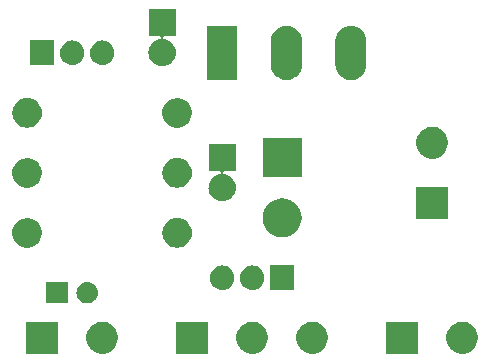
<source format=gbr>
G04 #@! TF.GenerationSoftware,KiCad,Pcbnew,(5.1.2)-1*
G04 #@! TF.CreationDate,2020-03-03T11:12:10+01:00*
G04 #@! TF.ProjectId,Flyback driver Cool-Tip,466c7962-6163-46b2-9064-726976657220,v0.1.3*
G04 #@! TF.SameCoordinates,Original*
G04 #@! TF.FileFunction,Soldermask,Bot*
G04 #@! TF.FilePolarity,Negative*
%FSLAX46Y46*%
G04 Gerber Fmt 4.6, Leading zero omitted, Abs format (unit mm)*
G04 Created by KiCad (PCBNEW (5.1.2)-1) date 2020-03-03 11:12:10*
%MOMM*%
%LPD*%
G04 APERTURE LIST*
%ADD10C,0.100000*%
G04 APERTURE END LIST*
D10*
G36*
X126124072Y-102840918D02*
G01*
X126369939Y-102942759D01*
X126591212Y-103090610D01*
X126779390Y-103278788D01*
X126927241Y-103500061D01*
X127029082Y-103745928D01*
X127081000Y-104006938D01*
X127081000Y-104273062D01*
X127029082Y-104534072D01*
X126927241Y-104779939D01*
X126779390Y-105001212D01*
X126591212Y-105189390D01*
X126369939Y-105337241D01*
X126369938Y-105337242D01*
X126369937Y-105337242D01*
X126124072Y-105439082D01*
X125863063Y-105491000D01*
X125596937Y-105491000D01*
X125335928Y-105439082D01*
X125090063Y-105337242D01*
X125090062Y-105337242D01*
X125090061Y-105337241D01*
X124868788Y-105189390D01*
X124680610Y-105001212D01*
X124532759Y-104779939D01*
X124430918Y-104534072D01*
X124379000Y-104273062D01*
X124379000Y-104006938D01*
X124430918Y-103745928D01*
X124532759Y-103500061D01*
X124680610Y-103278788D01*
X124868788Y-103090610D01*
X125090061Y-102942759D01*
X125335928Y-102840918D01*
X125596937Y-102789000D01*
X125863063Y-102789000D01*
X126124072Y-102840918D01*
X126124072Y-102840918D01*
G37*
G36*
X121044072Y-102840918D02*
G01*
X121289939Y-102942759D01*
X121511212Y-103090610D01*
X121699390Y-103278788D01*
X121847241Y-103500061D01*
X121949082Y-103745928D01*
X122001000Y-104006938D01*
X122001000Y-104273062D01*
X121949082Y-104534072D01*
X121847241Y-104779939D01*
X121699390Y-105001212D01*
X121511212Y-105189390D01*
X121289939Y-105337241D01*
X121289938Y-105337242D01*
X121289937Y-105337242D01*
X121044072Y-105439082D01*
X120783063Y-105491000D01*
X120516937Y-105491000D01*
X120255928Y-105439082D01*
X120010063Y-105337242D01*
X120010062Y-105337242D01*
X120010061Y-105337241D01*
X119788788Y-105189390D01*
X119600610Y-105001212D01*
X119452759Y-104779939D01*
X119350918Y-104534072D01*
X119299000Y-104273062D01*
X119299000Y-104006938D01*
X119350918Y-103745928D01*
X119452759Y-103500061D01*
X119600610Y-103278788D01*
X119788788Y-103090610D01*
X120010061Y-102942759D01*
X120255928Y-102840918D01*
X120516937Y-102789000D01*
X120783063Y-102789000D01*
X121044072Y-102840918D01*
X121044072Y-102840918D01*
G37*
G36*
X116921000Y-105491000D02*
G01*
X114219000Y-105491000D01*
X114219000Y-102789000D01*
X116921000Y-102789000D01*
X116921000Y-105491000D01*
X116921000Y-105491000D01*
G37*
G36*
X108344072Y-102840918D02*
G01*
X108589939Y-102942759D01*
X108811212Y-103090610D01*
X108999390Y-103278788D01*
X109147241Y-103500061D01*
X109249082Y-103745928D01*
X109301000Y-104006938D01*
X109301000Y-104273062D01*
X109249082Y-104534072D01*
X109147241Y-104779939D01*
X108999390Y-105001212D01*
X108811212Y-105189390D01*
X108589939Y-105337241D01*
X108589938Y-105337242D01*
X108589937Y-105337242D01*
X108344072Y-105439082D01*
X108083063Y-105491000D01*
X107816937Y-105491000D01*
X107555928Y-105439082D01*
X107310063Y-105337242D01*
X107310062Y-105337242D01*
X107310061Y-105337241D01*
X107088788Y-105189390D01*
X106900610Y-105001212D01*
X106752759Y-104779939D01*
X106650918Y-104534072D01*
X106599000Y-104273062D01*
X106599000Y-104006938D01*
X106650918Y-103745928D01*
X106752759Y-103500061D01*
X106900610Y-103278788D01*
X107088788Y-103090610D01*
X107310061Y-102942759D01*
X107555928Y-102840918D01*
X107816937Y-102789000D01*
X108083063Y-102789000D01*
X108344072Y-102840918D01*
X108344072Y-102840918D01*
G37*
G36*
X104221000Y-105491000D02*
G01*
X101519000Y-105491000D01*
X101519000Y-102789000D01*
X104221000Y-102789000D01*
X104221000Y-105491000D01*
X104221000Y-105491000D01*
G37*
G36*
X138824072Y-102840918D02*
G01*
X139069939Y-102942759D01*
X139291212Y-103090610D01*
X139479390Y-103278788D01*
X139627241Y-103500061D01*
X139729082Y-103745928D01*
X139781000Y-104006938D01*
X139781000Y-104273062D01*
X139729082Y-104534072D01*
X139627241Y-104779939D01*
X139479390Y-105001212D01*
X139291212Y-105189390D01*
X139069939Y-105337241D01*
X139069938Y-105337242D01*
X139069937Y-105337242D01*
X138824072Y-105439082D01*
X138563063Y-105491000D01*
X138296937Y-105491000D01*
X138035928Y-105439082D01*
X137790063Y-105337242D01*
X137790062Y-105337242D01*
X137790061Y-105337241D01*
X137568788Y-105189390D01*
X137380610Y-105001212D01*
X137232759Y-104779939D01*
X137130918Y-104534072D01*
X137079000Y-104273062D01*
X137079000Y-104006938D01*
X137130918Y-103745928D01*
X137232759Y-103500061D01*
X137380610Y-103278788D01*
X137568788Y-103090610D01*
X137790061Y-102942759D01*
X138035928Y-102840918D01*
X138296937Y-102789000D01*
X138563063Y-102789000D01*
X138824072Y-102840918D01*
X138824072Y-102840918D01*
G37*
G36*
X134701000Y-105491000D02*
G01*
X131999000Y-105491000D01*
X131999000Y-102789000D01*
X134701000Y-102789000D01*
X134701000Y-105491000D01*
X134701000Y-105491000D01*
G37*
G36*
X105041000Y-101231000D02*
G01*
X103239000Y-101231000D01*
X103239000Y-99429000D01*
X105041000Y-99429000D01*
X105041000Y-101231000D01*
X105041000Y-101231000D01*
G37*
G36*
X106790443Y-99435519D02*
G01*
X106856627Y-99442037D01*
X107026466Y-99493557D01*
X107182991Y-99577222D01*
X107218729Y-99606552D01*
X107320186Y-99689814D01*
X107403448Y-99791271D01*
X107432778Y-99827009D01*
X107516443Y-99983534D01*
X107567963Y-100153373D01*
X107585359Y-100330000D01*
X107567963Y-100506627D01*
X107516443Y-100676466D01*
X107432778Y-100832991D01*
X107403448Y-100868729D01*
X107320186Y-100970186D01*
X107218729Y-101053448D01*
X107182991Y-101082778D01*
X107026466Y-101166443D01*
X106856627Y-101217963D01*
X106790443Y-101224481D01*
X106724260Y-101231000D01*
X106635740Y-101231000D01*
X106569558Y-101224482D01*
X106503373Y-101217963D01*
X106333534Y-101166443D01*
X106177009Y-101082778D01*
X106141271Y-101053448D01*
X106039814Y-100970186D01*
X105956552Y-100868729D01*
X105927222Y-100832991D01*
X105843557Y-100676466D01*
X105792037Y-100506627D01*
X105774641Y-100330000D01*
X105792037Y-100153373D01*
X105843557Y-99983534D01*
X105927222Y-99827009D01*
X105956552Y-99791271D01*
X106039814Y-99689814D01*
X106141271Y-99606552D01*
X106177009Y-99577222D01*
X106333534Y-99493557D01*
X106503373Y-99442037D01*
X106569558Y-99435518D01*
X106635740Y-99429000D01*
X106724260Y-99429000D01*
X106790443Y-99435519D01*
X106790443Y-99435519D01*
G37*
G36*
X118306720Y-98023520D02*
G01*
X118495881Y-98080901D01*
X118670212Y-98174083D01*
X118823015Y-98299485D01*
X118948417Y-98452288D01*
X118992182Y-98534167D01*
X119041598Y-98626617D01*
X119041599Y-98626620D01*
X119098980Y-98815781D01*
X119113500Y-98963207D01*
X119113500Y-99156794D01*
X119098980Y-99304220D01*
X119041599Y-99493381D01*
X118948417Y-99667712D01*
X118823015Y-99820515D01*
X118670212Y-99945917D01*
X118599839Y-99983532D01*
X118495883Y-100039098D01*
X118495880Y-100039099D01*
X118306719Y-100096480D01*
X118110000Y-100115855D01*
X117913280Y-100096480D01*
X117724119Y-100039099D01*
X117549788Y-99945917D01*
X117396985Y-99820515D01*
X117271583Y-99667712D01*
X117178496Y-99493558D01*
X117178402Y-99493383D01*
X117178401Y-99493380D01*
X117121020Y-99304219D01*
X117106500Y-99156793D01*
X117106500Y-98963206D01*
X117121020Y-98815780D01*
X117178401Y-98626619D01*
X117271583Y-98452288D01*
X117396985Y-98299485D01*
X117549788Y-98174083D01*
X117724120Y-98080901D01*
X117913281Y-98023520D01*
X118110000Y-98004145D01*
X118306720Y-98023520D01*
X118306720Y-98023520D01*
G37*
G36*
X120846720Y-98023520D02*
G01*
X121035881Y-98080901D01*
X121210212Y-98174083D01*
X121363015Y-98299485D01*
X121488417Y-98452288D01*
X121532182Y-98534167D01*
X121581598Y-98626617D01*
X121581599Y-98626620D01*
X121638980Y-98815781D01*
X121653500Y-98963207D01*
X121653500Y-99156794D01*
X121638980Y-99304220D01*
X121581599Y-99493381D01*
X121488417Y-99667712D01*
X121363015Y-99820515D01*
X121210212Y-99945917D01*
X121139839Y-99983532D01*
X121035883Y-100039098D01*
X121035880Y-100039099D01*
X120846719Y-100096480D01*
X120650000Y-100115855D01*
X120453280Y-100096480D01*
X120264119Y-100039099D01*
X120089788Y-99945917D01*
X119936985Y-99820515D01*
X119811583Y-99667712D01*
X119718496Y-99493558D01*
X119718402Y-99493383D01*
X119718401Y-99493380D01*
X119661020Y-99304219D01*
X119646500Y-99156793D01*
X119646500Y-98963206D01*
X119661020Y-98815780D01*
X119718401Y-98626619D01*
X119811583Y-98452288D01*
X119936985Y-98299485D01*
X120089788Y-98174083D01*
X120264120Y-98080901D01*
X120453281Y-98023520D01*
X120650000Y-98004145D01*
X120846720Y-98023520D01*
X120846720Y-98023520D01*
G37*
G36*
X124193500Y-100111000D02*
G01*
X122186500Y-100111000D01*
X122186500Y-98009000D01*
X124193500Y-98009000D01*
X124193500Y-100111000D01*
X124193500Y-100111000D01*
G37*
G36*
X114545239Y-94017101D02*
G01*
X114781053Y-94088634D01*
X114998381Y-94204799D01*
X115188871Y-94361129D01*
X115345201Y-94551619D01*
X115461366Y-94768947D01*
X115532899Y-95004761D01*
X115557053Y-95250000D01*
X115532899Y-95495239D01*
X115461366Y-95731053D01*
X115345201Y-95948381D01*
X115188871Y-96138871D01*
X114998381Y-96295201D01*
X114781053Y-96411366D01*
X114545239Y-96482899D01*
X114361457Y-96501000D01*
X114238543Y-96501000D01*
X114054761Y-96482899D01*
X113818947Y-96411366D01*
X113601619Y-96295201D01*
X113411129Y-96138871D01*
X113254799Y-95948381D01*
X113138634Y-95731053D01*
X113067101Y-95495239D01*
X113042947Y-95250000D01*
X113067101Y-95004761D01*
X113138634Y-94768947D01*
X113254799Y-94551619D01*
X113411129Y-94361129D01*
X113601619Y-94204799D01*
X113818947Y-94088634D01*
X114054761Y-94017101D01*
X114238543Y-93999000D01*
X114361457Y-93999000D01*
X114545239Y-94017101D01*
X114545239Y-94017101D01*
G37*
G36*
X101964903Y-94047075D02*
G01*
X102065236Y-94088634D01*
X102192571Y-94141378D01*
X102397466Y-94278285D01*
X102571715Y-94452534D01*
X102708622Y-94657429D01*
X102802925Y-94885097D01*
X102851000Y-95126787D01*
X102851000Y-95373213D01*
X102802925Y-95614903D01*
X102708622Y-95842571D01*
X102571715Y-96047466D01*
X102397466Y-96221715D01*
X102192571Y-96358622D01*
X102192570Y-96358623D01*
X102192569Y-96358623D01*
X101964903Y-96452925D01*
X101723214Y-96501000D01*
X101476786Y-96501000D01*
X101235097Y-96452925D01*
X101007431Y-96358623D01*
X101007430Y-96358623D01*
X101007429Y-96358622D01*
X100802534Y-96221715D01*
X100628285Y-96047466D01*
X100491378Y-95842571D01*
X100397075Y-95614903D01*
X100349000Y-95373213D01*
X100349000Y-95126787D01*
X100397075Y-94885097D01*
X100491378Y-94657429D01*
X100628285Y-94452534D01*
X100802534Y-94278285D01*
X101007429Y-94141378D01*
X101134765Y-94088634D01*
X101235097Y-94047075D01*
X101476786Y-93999000D01*
X101723214Y-93999000D01*
X101964903Y-94047075D01*
X101964903Y-94047075D01*
G37*
G36*
X123513651Y-92352888D02*
G01*
X123824870Y-92447296D01*
X124111680Y-92600599D01*
X124111683Y-92600601D01*
X124111684Y-92600602D01*
X124363082Y-92806918D01*
X124569398Y-93058316D01*
X124569401Y-93058320D01*
X124722704Y-93345130D01*
X124817112Y-93656349D01*
X124848988Y-93980000D01*
X124817112Y-94303651D01*
X124722704Y-94614870D01*
X124569401Y-94901680D01*
X124569399Y-94901683D01*
X124569398Y-94901684D01*
X124363082Y-95153082D01*
X124111684Y-95359398D01*
X124111680Y-95359401D01*
X123824870Y-95512704D01*
X123513651Y-95607112D01*
X123271107Y-95631000D01*
X123108893Y-95631000D01*
X122866349Y-95607112D01*
X122555130Y-95512704D01*
X122268320Y-95359401D01*
X122268316Y-95359398D01*
X122016918Y-95153082D01*
X121810602Y-94901684D01*
X121810601Y-94901683D01*
X121810599Y-94901680D01*
X121657296Y-94614870D01*
X121562888Y-94303651D01*
X121531012Y-93980000D01*
X121562888Y-93656349D01*
X121657296Y-93345130D01*
X121810599Y-93058320D01*
X121810602Y-93058316D01*
X122016918Y-92806918D01*
X122268316Y-92600602D01*
X122268317Y-92600601D01*
X122268320Y-92600599D01*
X122555130Y-92447296D01*
X122866349Y-92352888D01*
X123108893Y-92329000D01*
X123271107Y-92329000D01*
X123513651Y-92352888D01*
X123513651Y-92352888D01*
G37*
G36*
X137241000Y-94061000D02*
G01*
X134539000Y-94061000D01*
X134539000Y-91359000D01*
X137241000Y-91359000D01*
X137241000Y-94061000D01*
X137241000Y-94061000D01*
G37*
G36*
X119261000Y-90051000D02*
G01*
X118294501Y-90051000D01*
X118270115Y-90053402D01*
X118246666Y-90060515D01*
X118225055Y-90072066D01*
X118206113Y-90087611D01*
X118190568Y-90106553D01*
X118179017Y-90128164D01*
X118171904Y-90151613D01*
X118169502Y-90175999D01*
X118171904Y-90200385D01*
X118179017Y-90223834D01*
X118190568Y-90245445D01*
X118206113Y-90264387D01*
X118225055Y-90279932D01*
X118246666Y-90291483D01*
X118282249Y-90300396D01*
X118335635Y-90305654D01*
X118552600Y-90371470D01*
X118552602Y-90371471D01*
X118752555Y-90478347D01*
X118927818Y-90622182D01*
X119071653Y-90797445D01*
X119162529Y-90967464D01*
X119178530Y-90997400D01*
X119244346Y-91214365D01*
X119258591Y-91359000D01*
X119266569Y-91440000D01*
X119244346Y-91665634D01*
X119178529Y-91882602D01*
X119071653Y-92082555D01*
X118927818Y-92257818D01*
X118752555Y-92401653D01*
X118552602Y-92508529D01*
X118552600Y-92508530D01*
X118335635Y-92574346D01*
X118279271Y-92579897D01*
X118166545Y-92591000D01*
X118053455Y-92591000D01*
X117940729Y-92579897D01*
X117884365Y-92574346D01*
X117667400Y-92508530D01*
X117667398Y-92508529D01*
X117467445Y-92401653D01*
X117292182Y-92257818D01*
X117148347Y-92082555D01*
X117041471Y-91882602D01*
X116975654Y-91665634D01*
X116953431Y-91440000D01*
X116961409Y-91359000D01*
X116975654Y-91214365D01*
X117041470Y-90997400D01*
X117057471Y-90967464D01*
X117148347Y-90797445D01*
X117292182Y-90622182D01*
X117467445Y-90478347D01*
X117667398Y-90371471D01*
X117667400Y-90371470D01*
X117884365Y-90305654D01*
X117937751Y-90300396D01*
X117961785Y-90295616D01*
X117984423Y-90286238D01*
X118004798Y-90272624D01*
X118022125Y-90255297D01*
X118035738Y-90234923D01*
X118045116Y-90212284D01*
X118049896Y-90188251D01*
X118049896Y-90163747D01*
X118045116Y-90139713D01*
X118035738Y-90117075D01*
X118022124Y-90096700D01*
X118004797Y-90079373D01*
X117984423Y-90065760D01*
X117961784Y-90056382D01*
X117925499Y-90051000D01*
X116959000Y-90051000D01*
X116959000Y-87749000D01*
X119261000Y-87749000D01*
X119261000Y-90051000D01*
X119261000Y-90051000D01*
G37*
G36*
X114545239Y-88937101D02*
G01*
X114781053Y-89008634D01*
X114998381Y-89124799D01*
X115188871Y-89281129D01*
X115345201Y-89471619D01*
X115461366Y-89688947D01*
X115532899Y-89924761D01*
X115557053Y-90170000D01*
X115532899Y-90415239D01*
X115461366Y-90651053D01*
X115345201Y-90868381D01*
X115188871Y-91058871D01*
X114998381Y-91215201D01*
X114781053Y-91331366D01*
X114545239Y-91402899D01*
X114361457Y-91421000D01*
X114238543Y-91421000D01*
X114054761Y-91402899D01*
X113818947Y-91331366D01*
X113601619Y-91215201D01*
X113411129Y-91058871D01*
X113254799Y-90868381D01*
X113138634Y-90651053D01*
X113067101Y-90415239D01*
X113042947Y-90170000D01*
X113067101Y-89924761D01*
X113138634Y-89688947D01*
X113254799Y-89471619D01*
X113411129Y-89281129D01*
X113601619Y-89124799D01*
X113818947Y-89008634D01*
X114054761Y-88937101D01*
X114238543Y-88919000D01*
X114361457Y-88919000D01*
X114545239Y-88937101D01*
X114545239Y-88937101D01*
G37*
G36*
X101964903Y-88967075D02*
G01*
X102065236Y-89008634D01*
X102192571Y-89061378D01*
X102397466Y-89198285D01*
X102571715Y-89372534D01*
X102637922Y-89471620D01*
X102708623Y-89577431D01*
X102802925Y-89805097D01*
X102851000Y-90046786D01*
X102851000Y-90293214D01*
X102802925Y-90534903D01*
X102708622Y-90762571D01*
X102571715Y-90967466D01*
X102397466Y-91141715D01*
X102192571Y-91278622D01*
X102192570Y-91278623D01*
X102192569Y-91278623D01*
X101964903Y-91372925D01*
X101723214Y-91421000D01*
X101476786Y-91421000D01*
X101235097Y-91372925D01*
X101007431Y-91278623D01*
X101007430Y-91278623D01*
X101007429Y-91278622D01*
X100802534Y-91141715D01*
X100628285Y-90967466D01*
X100491378Y-90762571D01*
X100397075Y-90534903D01*
X100349000Y-90293214D01*
X100349000Y-90046786D01*
X100397075Y-89805097D01*
X100491377Y-89577431D01*
X100562078Y-89471620D01*
X100628285Y-89372534D01*
X100802534Y-89198285D01*
X101007429Y-89061378D01*
X101134765Y-89008634D01*
X101235097Y-88967075D01*
X101476786Y-88919000D01*
X101723214Y-88919000D01*
X101964903Y-88967075D01*
X101964903Y-88967075D01*
G37*
G36*
X124841000Y-90551000D02*
G01*
X121539000Y-90551000D01*
X121539000Y-87249000D01*
X124841000Y-87249000D01*
X124841000Y-90551000D01*
X124841000Y-90551000D01*
G37*
G36*
X136243758Y-86322899D02*
G01*
X136284072Y-86330918D01*
X136529939Y-86432759D01*
X136751212Y-86580610D01*
X136939390Y-86768788D01*
X137087241Y-86990061D01*
X137189082Y-87235928D01*
X137241000Y-87496938D01*
X137241000Y-87763062D01*
X137189082Y-88024072D01*
X137087241Y-88269939D01*
X136939390Y-88491212D01*
X136751212Y-88679390D01*
X136529939Y-88827241D01*
X136529938Y-88827242D01*
X136529937Y-88827242D01*
X136284072Y-88929082D01*
X136023063Y-88981000D01*
X135756937Y-88981000D01*
X135495928Y-88929082D01*
X135250063Y-88827242D01*
X135250062Y-88827242D01*
X135250061Y-88827241D01*
X135028788Y-88679390D01*
X134840610Y-88491212D01*
X134692759Y-88269939D01*
X134590918Y-88024072D01*
X134539000Y-87763062D01*
X134539000Y-87496938D01*
X134590918Y-87235928D01*
X134692759Y-86990061D01*
X134840610Y-86768788D01*
X135028788Y-86580610D01*
X135250061Y-86432759D01*
X135495928Y-86330918D01*
X135536242Y-86322899D01*
X135756937Y-86279000D01*
X136023063Y-86279000D01*
X136243758Y-86322899D01*
X136243758Y-86322899D01*
G37*
G36*
X114664903Y-83887075D02*
G01*
X114765236Y-83928634D01*
X114892571Y-83981378D01*
X115097466Y-84118285D01*
X115271715Y-84292534D01*
X115408622Y-84497429D01*
X115502925Y-84725097D01*
X115551000Y-84966787D01*
X115551000Y-85213213D01*
X115502925Y-85454903D01*
X115408622Y-85682571D01*
X115271715Y-85887466D01*
X115097466Y-86061715D01*
X114892571Y-86198622D01*
X114892570Y-86198623D01*
X114892569Y-86198623D01*
X114664903Y-86292925D01*
X114423214Y-86341000D01*
X114176786Y-86341000D01*
X113935097Y-86292925D01*
X113707431Y-86198623D01*
X113707430Y-86198623D01*
X113707429Y-86198622D01*
X113502534Y-86061715D01*
X113328285Y-85887466D01*
X113191378Y-85682571D01*
X113097075Y-85454903D01*
X113049000Y-85213213D01*
X113049000Y-84966787D01*
X113097075Y-84725097D01*
X113191378Y-84497429D01*
X113328285Y-84292534D01*
X113502534Y-84118285D01*
X113707429Y-83981378D01*
X113834765Y-83928634D01*
X113935097Y-83887075D01*
X114176786Y-83839000D01*
X114423214Y-83839000D01*
X114664903Y-83887075D01*
X114664903Y-83887075D01*
G37*
G36*
X101845239Y-83857101D02*
G01*
X102081053Y-83928634D01*
X102298381Y-84044799D01*
X102488871Y-84201129D01*
X102645201Y-84391619D01*
X102761366Y-84608947D01*
X102832899Y-84844761D01*
X102857053Y-85090000D01*
X102832899Y-85335239D01*
X102761366Y-85571053D01*
X102645201Y-85788381D01*
X102488871Y-85978871D01*
X102298381Y-86135201D01*
X102081053Y-86251366D01*
X101845239Y-86322899D01*
X101661457Y-86341000D01*
X101538543Y-86341000D01*
X101354761Y-86322899D01*
X101118947Y-86251366D01*
X100901619Y-86135201D01*
X100711129Y-85978871D01*
X100554799Y-85788381D01*
X100438634Y-85571053D01*
X100367101Y-85335239D01*
X100342947Y-85090000D01*
X100367101Y-84844761D01*
X100438634Y-84608947D01*
X100554799Y-84391619D01*
X100711129Y-84201129D01*
X100901619Y-84044799D01*
X101118947Y-83928634D01*
X101354761Y-83857101D01*
X101538543Y-83839000D01*
X101661457Y-83839000D01*
X101845239Y-83857101D01*
X101845239Y-83857101D01*
G37*
G36*
X129265039Y-77727825D02*
G01*
X129510279Y-77802218D01*
X129736293Y-77923025D01*
X129934396Y-78085604D01*
X130096975Y-78283706D01*
X130217782Y-78509720D01*
X130292175Y-78754960D01*
X130292175Y-78754961D01*
X130311000Y-78946094D01*
X130311000Y-81073906D01*
X130304062Y-81144346D01*
X130292175Y-81265040D01*
X130217782Y-81510280D01*
X130096975Y-81736294D01*
X130054624Y-81787899D01*
X129934397Y-81934397D01*
X129787899Y-82054624D01*
X129736294Y-82096975D01*
X129510280Y-82217782D01*
X129265040Y-82292175D01*
X129010000Y-82317294D01*
X128754961Y-82292175D01*
X128509721Y-82217782D01*
X128283707Y-82096975D01*
X128232102Y-82054624D01*
X128085604Y-81934397D01*
X127965377Y-81787899D01*
X127923026Y-81736294D01*
X127802219Y-81510280D01*
X127727826Y-81265040D01*
X127715939Y-81144346D01*
X127709001Y-81073906D01*
X127709000Y-78946095D01*
X127727825Y-78754962D01*
X127727825Y-78754961D01*
X127802218Y-78509721D01*
X127923025Y-78283707D01*
X128085604Y-78085604D01*
X128283706Y-77923025D01*
X128283705Y-77923025D01*
X128283707Y-77923024D01*
X128509718Y-77802219D01*
X128509720Y-77802218D01*
X128754960Y-77727825D01*
X129010000Y-77702706D01*
X129265039Y-77727825D01*
X129265039Y-77727825D01*
G37*
G36*
X123815039Y-77727825D02*
G01*
X124060279Y-77802218D01*
X124286293Y-77923025D01*
X124484396Y-78085604D01*
X124646975Y-78283706D01*
X124767782Y-78509720D01*
X124842175Y-78754960D01*
X124842175Y-78754961D01*
X124861000Y-78946094D01*
X124861000Y-81073906D01*
X124854062Y-81144346D01*
X124842175Y-81265040D01*
X124767782Y-81510280D01*
X124646975Y-81736294D01*
X124604624Y-81787899D01*
X124484397Y-81934397D01*
X124337899Y-82054624D01*
X124286294Y-82096975D01*
X124060280Y-82217782D01*
X123815040Y-82292175D01*
X123560000Y-82317294D01*
X123304961Y-82292175D01*
X123059721Y-82217782D01*
X122833707Y-82096975D01*
X122782102Y-82054624D01*
X122635604Y-81934397D01*
X122515377Y-81787899D01*
X122473026Y-81736294D01*
X122352219Y-81510280D01*
X122277826Y-81265040D01*
X122265939Y-81144346D01*
X122259001Y-81073906D01*
X122259000Y-78946095D01*
X122277825Y-78754962D01*
X122277825Y-78754961D01*
X122352218Y-78509721D01*
X122473025Y-78283707D01*
X122635604Y-78085604D01*
X122833706Y-77923025D01*
X122833705Y-77923025D01*
X122833707Y-77923024D01*
X123059718Y-77802219D01*
X123059720Y-77802218D01*
X123304960Y-77727825D01*
X123560000Y-77702706D01*
X123815039Y-77727825D01*
X123815039Y-77727825D01*
G37*
G36*
X119411000Y-82311000D02*
G01*
X116809000Y-82311000D01*
X116809000Y-77709000D01*
X119411000Y-77709000D01*
X119411000Y-82311000D01*
X119411000Y-82311000D01*
G37*
G36*
X114181000Y-78621000D02*
G01*
X113214501Y-78621000D01*
X113190115Y-78623402D01*
X113166666Y-78630515D01*
X113145055Y-78642066D01*
X113126113Y-78657611D01*
X113110568Y-78676553D01*
X113099017Y-78698164D01*
X113091904Y-78721613D01*
X113089502Y-78745999D01*
X113091904Y-78770385D01*
X113099017Y-78793834D01*
X113110568Y-78815445D01*
X113126113Y-78834387D01*
X113145055Y-78849932D01*
X113166666Y-78861483D01*
X113202249Y-78870396D01*
X113255635Y-78875654D01*
X113472600Y-78941470D01*
X113472602Y-78941471D01*
X113672555Y-79048347D01*
X113847818Y-79192182D01*
X113991653Y-79367445D01*
X114098529Y-79567398D01*
X114098530Y-79567400D01*
X114164346Y-79784365D01*
X114186569Y-80010000D01*
X114164346Y-80235635D01*
X114101327Y-80443381D01*
X114098529Y-80452602D01*
X113991653Y-80652555D01*
X113847818Y-80827818D01*
X113672555Y-80971653D01*
X113481253Y-81073905D01*
X113472600Y-81078530D01*
X113255635Y-81144346D01*
X113199271Y-81149897D01*
X113086545Y-81161000D01*
X112973455Y-81161000D01*
X112860729Y-81149897D01*
X112804365Y-81144346D01*
X112587400Y-81078530D01*
X112578747Y-81073905D01*
X112387445Y-80971653D01*
X112212182Y-80827818D01*
X112068347Y-80652555D01*
X111961471Y-80452602D01*
X111958674Y-80443381D01*
X111895654Y-80235635D01*
X111873431Y-80010000D01*
X111895654Y-79784365D01*
X111961470Y-79567400D01*
X111961471Y-79567398D01*
X112068347Y-79367445D01*
X112212182Y-79192182D01*
X112387445Y-79048347D01*
X112587398Y-78941471D01*
X112587400Y-78941470D01*
X112804365Y-78875654D01*
X112857751Y-78870396D01*
X112881785Y-78865616D01*
X112904423Y-78856238D01*
X112924798Y-78842624D01*
X112942125Y-78825297D01*
X112955738Y-78804923D01*
X112965116Y-78782284D01*
X112969896Y-78758251D01*
X112969896Y-78733747D01*
X112965116Y-78709713D01*
X112955738Y-78687075D01*
X112942124Y-78666700D01*
X112924797Y-78649373D01*
X112904423Y-78635760D01*
X112881784Y-78626382D01*
X112845499Y-78621000D01*
X111879000Y-78621000D01*
X111879000Y-76319000D01*
X114181000Y-76319000D01*
X114181000Y-78621000D01*
X114181000Y-78621000D01*
G37*
G36*
X105606719Y-78973520D02*
G01*
X105795880Y-79030901D01*
X105795883Y-79030902D01*
X105888333Y-79080318D01*
X105970212Y-79124083D01*
X106123015Y-79249485D01*
X106248417Y-79402288D01*
X106341599Y-79576619D01*
X106398980Y-79765780D01*
X106413500Y-79913206D01*
X106413500Y-80106793D01*
X106398980Y-80254219D01*
X106341599Y-80443380D01*
X106341598Y-80443383D01*
X106336671Y-80452600D01*
X106248417Y-80617712D01*
X106123015Y-80770515D01*
X105970212Y-80895917D01*
X105795881Y-80989099D01*
X105606720Y-81046480D01*
X105410000Y-81065855D01*
X105213281Y-81046480D01*
X105024120Y-80989099D01*
X104849788Y-80895917D01*
X104696985Y-80770515D01*
X104571583Y-80617712D01*
X104478401Y-80443381D01*
X104421020Y-80254220D01*
X104406500Y-80106794D01*
X104406500Y-79913207D01*
X104421020Y-79765781D01*
X104478401Y-79576620D01*
X104478402Y-79576617D01*
X104527818Y-79484167D01*
X104571583Y-79402288D01*
X104696985Y-79249485D01*
X104849788Y-79124083D01*
X105024119Y-79030901D01*
X105213280Y-78973520D01*
X105410000Y-78954145D01*
X105606719Y-78973520D01*
X105606719Y-78973520D01*
G37*
G36*
X108146719Y-78973520D02*
G01*
X108335880Y-79030901D01*
X108335883Y-79030902D01*
X108428333Y-79080318D01*
X108510212Y-79124083D01*
X108663015Y-79249485D01*
X108788417Y-79402288D01*
X108881599Y-79576619D01*
X108938980Y-79765780D01*
X108953500Y-79913206D01*
X108953500Y-80106793D01*
X108938980Y-80254219D01*
X108881599Y-80443380D01*
X108881598Y-80443383D01*
X108876671Y-80452600D01*
X108788417Y-80617712D01*
X108663015Y-80770515D01*
X108510212Y-80895917D01*
X108335881Y-80989099D01*
X108146720Y-81046480D01*
X107950000Y-81065855D01*
X107753281Y-81046480D01*
X107564120Y-80989099D01*
X107389788Y-80895917D01*
X107236985Y-80770515D01*
X107111583Y-80617712D01*
X107018401Y-80443381D01*
X106961020Y-80254220D01*
X106946500Y-80106794D01*
X106946500Y-79913207D01*
X106961020Y-79765781D01*
X107018401Y-79576620D01*
X107018402Y-79576617D01*
X107067818Y-79484167D01*
X107111583Y-79402288D01*
X107236985Y-79249485D01*
X107389788Y-79124083D01*
X107564119Y-79030901D01*
X107753280Y-78973520D01*
X107950000Y-78954145D01*
X108146719Y-78973520D01*
X108146719Y-78973520D01*
G37*
G36*
X103873500Y-81061000D02*
G01*
X101866500Y-81061000D01*
X101866500Y-78959000D01*
X103873500Y-78959000D01*
X103873500Y-81061000D01*
X103873500Y-81061000D01*
G37*
M02*

</source>
